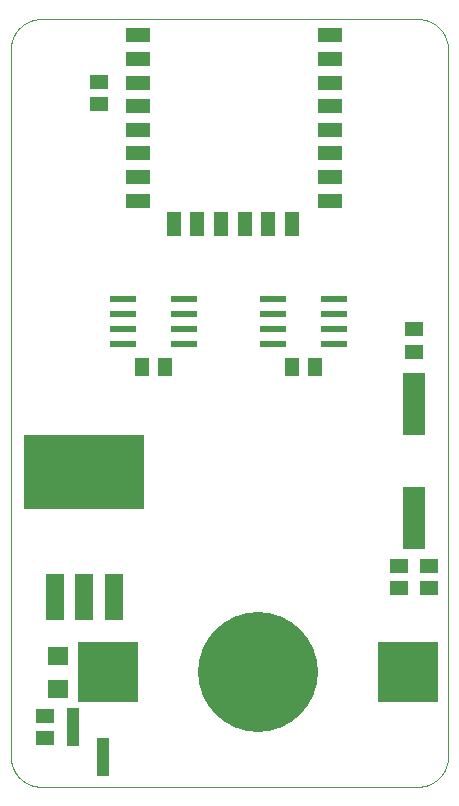
<source format=gtp>
G75*
%MOIN*%
%OFA0B0*%
%FSLAX25Y25*%
%IPPOS*%
%LPD*%
%AMOC8*
5,1,8,0,0,1.08239X$1,22.5*
%
%ADD10C,0.00000*%
%ADD11R,0.05906X0.05118*%
%ADD12R,0.07874X0.04724*%
%ADD13R,0.04724X0.07874*%
%ADD14R,0.08661X0.02362*%
%ADD15R,0.05906X0.15748*%
%ADD16R,0.40000X0.25000*%
%ADD17R,0.07600X0.21000*%
%ADD18R,0.05118X0.05906*%
%ADD19R,0.07087X0.06299*%
%ADD20C,0.40000*%
%ADD21R,0.20000X0.20000*%
%ADD22R,0.04000X0.13000*%
D10*
X0003211Y0011500D02*
X0003211Y0247406D01*
X0003214Y0247648D01*
X0003223Y0247889D01*
X0003237Y0248130D01*
X0003258Y0248371D01*
X0003284Y0248611D01*
X0003316Y0248851D01*
X0003354Y0249090D01*
X0003397Y0249327D01*
X0003447Y0249564D01*
X0003502Y0249799D01*
X0003562Y0250033D01*
X0003629Y0250265D01*
X0003700Y0250496D01*
X0003778Y0250725D01*
X0003861Y0250952D01*
X0003949Y0251177D01*
X0004043Y0251400D01*
X0004142Y0251620D01*
X0004247Y0251838D01*
X0004356Y0252053D01*
X0004471Y0252266D01*
X0004591Y0252476D01*
X0004716Y0252682D01*
X0004846Y0252886D01*
X0004981Y0253087D01*
X0005121Y0253284D01*
X0005265Y0253478D01*
X0005414Y0253668D01*
X0005568Y0253854D01*
X0005726Y0254037D01*
X0005888Y0254216D01*
X0006055Y0254391D01*
X0006226Y0254562D01*
X0006401Y0254729D01*
X0006580Y0254891D01*
X0006763Y0255049D01*
X0006949Y0255203D01*
X0007139Y0255352D01*
X0007333Y0255496D01*
X0007530Y0255636D01*
X0007731Y0255771D01*
X0007935Y0255901D01*
X0008141Y0256026D01*
X0008351Y0256146D01*
X0008564Y0256261D01*
X0008779Y0256370D01*
X0008997Y0256475D01*
X0009217Y0256574D01*
X0009440Y0256668D01*
X0009665Y0256756D01*
X0009892Y0256839D01*
X0010121Y0256917D01*
X0010352Y0256988D01*
X0010584Y0257055D01*
X0010818Y0257115D01*
X0011053Y0257170D01*
X0011290Y0257220D01*
X0011527Y0257263D01*
X0011766Y0257301D01*
X0012006Y0257333D01*
X0012246Y0257359D01*
X0012487Y0257380D01*
X0012728Y0257394D01*
X0012969Y0257403D01*
X0013211Y0257406D01*
X0138880Y0257406D01*
X0139122Y0257403D01*
X0139363Y0257394D01*
X0139604Y0257380D01*
X0139845Y0257359D01*
X0140085Y0257333D01*
X0140325Y0257301D01*
X0140564Y0257263D01*
X0140801Y0257220D01*
X0141038Y0257170D01*
X0141273Y0257115D01*
X0141507Y0257055D01*
X0141739Y0256988D01*
X0141970Y0256917D01*
X0142199Y0256839D01*
X0142426Y0256756D01*
X0142651Y0256668D01*
X0142874Y0256574D01*
X0143094Y0256475D01*
X0143312Y0256370D01*
X0143527Y0256261D01*
X0143740Y0256146D01*
X0143950Y0256026D01*
X0144156Y0255901D01*
X0144360Y0255771D01*
X0144561Y0255636D01*
X0144758Y0255496D01*
X0144952Y0255352D01*
X0145142Y0255203D01*
X0145328Y0255049D01*
X0145511Y0254891D01*
X0145690Y0254729D01*
X0145865Y0254562D01*
X0146036Y0254391D01*
X0146203Y0254216D01*
X0146365Y0254037D01*
X0146523Y0253854D01*
X0146677Y0253668D01*
X0146826Y0253478D01*
X0146970Y0253284D01*
X0147110Y0253087D01*
X0147245Y0252886D01*
X0147375Y0252682D01*
X0147500Y0252476D01*
X0147620Y0252266D01*
X0147735Y0252053D01*
X0147844Y0251838D01*
X0147949Y0251620D01*
X0148048Y0251400D01*
X0148142Y0251177D01*
X0148230Y0250952D01*
X0148313Y0250725D01*
X0148391Y0250496D01*
X0148462Y0250265D01*
X0148529Y0250033D01*
X0148589Y0249799D01*
X0148644Y0249564D01*
X0148694Y0249327D01*
X0148737Y0249090D01*
X0148775Y0248851D01*
X0148807Y0248611D01*
X0148833Y0248371D01*
X0148854Y0248130D01*
X0148868Y0247889D01*
X0148877Y0247648D01*
X0148880Y0247406D01*
X0148880Y0011500D01*
X0148877Y0011258D01*
X0148868Y0011017D01*
X0148854Y0010776D01*
X0148833Y0010535D01*
X0148807Y0010295D01*
X0148775Y0010055D01*
X0148737Y0009816D01*
X0148694Y0009579D01*
X0148644Y0009342D01*
X0148589Y0009107D01*
X0148529Y0008873D01*
X0148462Y0008641D01*
X0148391Y0008410D01*
X0148313Y0008181D01*
X0148230Y0007954D01*
X0148142Y0007729D01*
X0148048Y0007506D01*
X0147949Y0007286D01*
X0147844Y0007068D01*
X0147735Y0006853D01*
X0147620Y0006640D01*
X0147500Y0006430D01*
X0147375Y0006224D01*
X0147245Y0006020D01*
X0147110Y0005819D01*
X0146970Y0005622D01*
X0146826Y0005428D01*
X0146677Y0005238D01*
X0146523Y0005052D01*
X0146365Y0004869D01*
X0146203Y0004690D01*
X0146036Y0004515D01*
X0145865Y0004344D01*
X0145690Y0004177D01*
X0145511Y0004015D01*
X0145328Y0003857D01*
X0145142Y0003703D01*
X0144952Y0003554D01*
X0144758Y0003410D01*
X0144561Y0003270D01*
X0144360Y0003135D01*
X0144156Y0003005D01*
X0143950Y0002880D01*
X0143740Y0002760D01*
X0143527Y0002645D01*
X0143312Y0002536D01*
X0143094Y0002431D01*
X0142874Y0002332D01*
X0142651Y0002238D01*
X0142426Y0002150D01*
X0142199Y0002067D01*
X0141970Y0001989D01*
X0141739Y0001918D01*
X0141507Y0001851D01*
X0141273Y0001791D01*
X0141038Y0001736D01*
X0140801Y0001686D01*
X0140564Y0001643D01*
X0140325Y0001605D01*
X0140085Y0001573D01*
X0139845Y0001547D01*
X0139604Y0001526D01*
X0139363Y0001512D01*
X0139122Y0001503D01*
X0138880Y0001500D01*
X0013211Y0001500D01*
X0012969Y0001503D01*
X0012728Y0001512D01*
X0012487Y0001526D01*
X0012246Y0001547D01*
X0012006Y0001573D01*
X0011766Y0001605D01*
X0011527Y0001643D01*
X0011290Y0001686D01*
X0011053Y0001736D01*
X0010818Y0001791D01*
X0010584Y0001851D01*
X0010352Y0001918D01*
X0010121Y0001989D01*
X0009892Y0002067D01*
X0009665Y0002150D01*
X0009440Y0002238D01*
X0009217Y0002332D01*
X0008997Y0002431D01*
X0008779Y0002536D01*
X0008564Y0002645D01*
X0008351Y0002760D01*
X0008141Y0002880D01*
X0007935Y0003005D01*
X0007731Y0003135D01*
X0007530Y0003270D01*
X0007333Y0003410D01*
X0007139Y0003554D01*
X0006949Y0003703D01*
X0006763Y0003857D01*
X0006580Y0004015D01*
X0006401Y0004177D01*
X0006226Y0004344D01*
X0006055Y0004515D01*
X0005888Y0004690D01*
X0005726Y0004869D01*
X0005568Y0005052D01*
X0005414Y0005238D01*
X0005265Y0005428D01*
X0005121Y0005622D01*
X0004981Y0005819D01*
X0004846Y0006020D01*
X0004716Y0006224D01*
X0004591Y0006430D01*
X0004471Y0006640D01*
X0004356Y0006853D01*
X0004247Y0007068D01*
X0004142Y0007286D01*
X0004043Y0007506D01*
X0003949Y0007729D01*
X0003861Y0007954D01*
X0003778Y0008181D01*
X0003700Y0008410D01*
X0003629Y0008641D01*
X0003562Y0008873D01*
X0003502Y0009107D01*
X0003447Y0009342D01*
X0003397Y0009579D01*
X0003354Y0009816D01*
X0003316Y0010055D01*
X0003284Y0010295D01*
X0003258Y0010535D01*
X0003237Y0010776D01*
X0003223Y0011017D01*
X0003214Y0011258D01*
X0003211Y0011500D01*
D11*
X0014461Y0017760D03*
X0014461Y0025240D03*
X0032586Y0229010D03*
X0032586Y0236490D03*
X0132586Y0075240D03*
X0132586Y0067760D03*
X0142586Y0067760D03*
X0142586Y0075240D03*
X0137586Y0146510D03*
X0137586Y0153990D03*
D12*
X0109491Y0196874D03*
X0109491Y0204748D03*
X0109491Y0212622D03*
X0109491Y0220496D03*
X0109491Y0228370D03*
X0109491Y0236244D03*
X0109491Y0244118D03*
X0109491Y0251992D03*
X0045711Y0251992D03*
X0045711Y0244118D03*
X0045711Y0236244D03*
X0045711Y0228370D03*
X0045711Y0220496D03*
X0045711Y0212622D03*
X0045711Y0204748D03*
X0045711Y0196874D03*
D13*
X0057522Y0189000D03*
X0065396Y0189000D03*
X0073270Y0189000D03*
X0081144Y0189000D03*
X0089018Y0189000D03*
X0096892Y0189000D03*
D14*
X0090475Y0164000D03*
X0090475Y0159000D03*
X0090475Y0154000D03*
X0090475Y0149000D03*
X0110947Y0149000D03*
X0110947Y0154000D03*
X0110947Y0159000D03*
X0110947Y0164000D03*
X0060947Y0164000D03*
X0060947Y0159000D03*
X0060947Y0154000D03*
X0060947Y0149000D03*
X0040475Y0149000D03*
X0040475Y0154000D03*
X0040475Y0159000D03*
X0040475Y0164000D03*
D15*
X0037429Y0064925D03*
X0027586Y0064925D03*
X0017744Y0064925D03*
D16*
X0027586Y0106500D03*
D17*
X0137586Y0091250D03*
X0137586Y0129250D03*
D18*
X0104451Y0141500D03*
X0096971Y0141500D03*
X0054451Y0141500D03*
X0046971Y0141500D03*
D19*
X0018836Y0045137D03*
X0018836Y0034113D03*
D20*
X0085711Y0039625D03*
D21*
X0035711Y0039625D03*
X0135711Y0039625D03*
D22*
X0033836Y0011500D03*
X0023836Y0021500D03*
M02*

</source>
